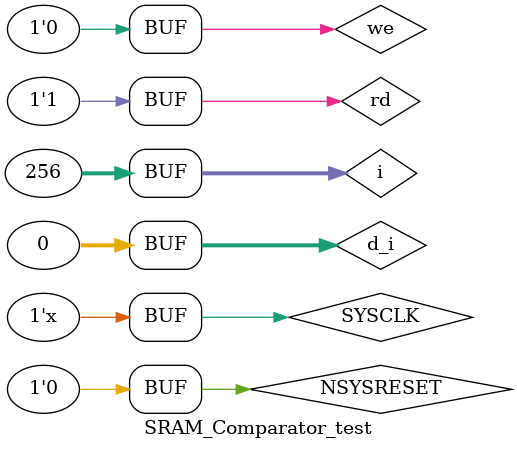
<source format=v>


`timescale 1ns/100ps

module SRAM_Comparator_test;

parameter SYSCLK_PERIOD = 25;// 10MHZ

reg SYSCLK;
reg NSYSRESET;

reg [31:0]d_i;
reg [31:0]  i;
reg we;
reg rd;
wire r_o;

initial
begin
    SYSCLK = 1'b0;
    NSYSRESET = 1'b1;
    d_i = 32'b0;
    we = 1'b0;
    rd = 1'b0;
end

//////////////////////////////////////////////////////////////////////
// Reset Pulse
//////////////////////////////////////////////////////////////////////
initial
begin
    #(SYSCLK_PERIOD * 10 )

    NSYSRESET = 1'b0;
   
    d_i = 32'b0;
    we = 1'b0;
    rd = 1'b0;

    for(i=0;i < 255;i = i + 8'b1)begin
    #SYSCLK_PERIOD
    d_i = i;
    we = 1'b1;
    rd = 1'b0;
    end

    #(SYSCLK_PERIOD * 10 )

    for(i=0;i < 256;i = i + 8'b1)begin
    #SYSCLK_PERIOD;
    d_i = 1'b0;
    we = 1'b0;
    rd = 1'b1;
    end
end


//////////////////////////////////////////////////////////////////////
// Clock Driver
//////////////////////////////////////////////////////////////////////
always @(SYSCLK)
    #(SYSCLK_PERIOD / 2.0) SYSCLK <= !SYSCLK;


//////////////////////////////////////////////////////////////////////
// Instantiate Unit Under Test:  Top
//////////////////////////////////////////////////////////////////////
Top Top_0 (
    // Inputs
    .clk(SYSCLK),
    .rst(NSYSRESET),
    .d_i(d_i),
    .we(we),
    .rd(rd),

    // Outputs
    .r_o( r_o)

    // Inouts

);

endmodule


</source>
